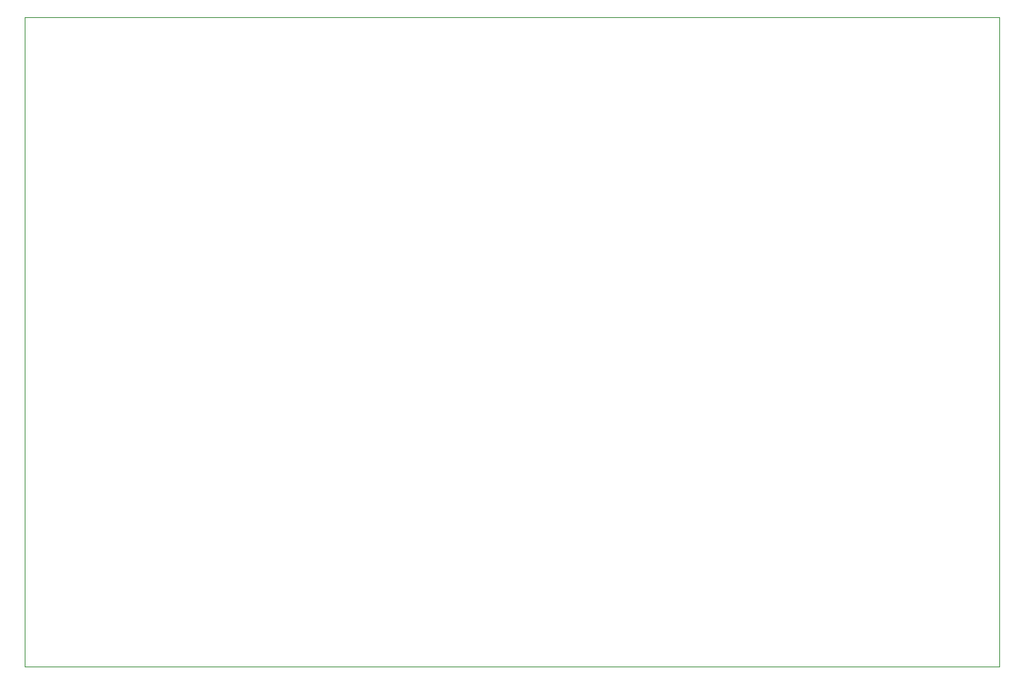
<source format=gm1>
G04 #@! TF.GenerationSoftware,KiCad,Pcbnew,7.0.7*
G04 #@! TF.CreationDate,2024-03-19T10:03:33+01:00*
G04 #@! TF.ProjectId,Poly_UA_controller_6enc_4sw,506f6c79-5f55-4415-9f63-6f6e74726f6c,rev?*
G04 #@! TF.SameCoordinates,Original*
G04 #@! TF.FileFunction,Profile,NP*
%FSLAX46Y46*%
G04 Gerber Fmt 4.6, Leading zero omitted, Abs format (unit mm)*
G04 Created by KiCad (PCBNEW 7.0.7) date 2024-03-19 10:03:33*
%MOMM*%
%LPD*%
G01*
G04 APERTURE LIST*
G04 #@! TA.AperFunction,Profile*
%ADD10C,0.100000*%
G04 #@! TD*
G04 APERTURE END LIST*
D10*
X89268300Y-36563300D02*
X199529700Y-36563300D01*
X199529700Y-110058200D01*
X89268300Y-110058200D01*
X89268300Y-36563300D01*
M02*

</source>
